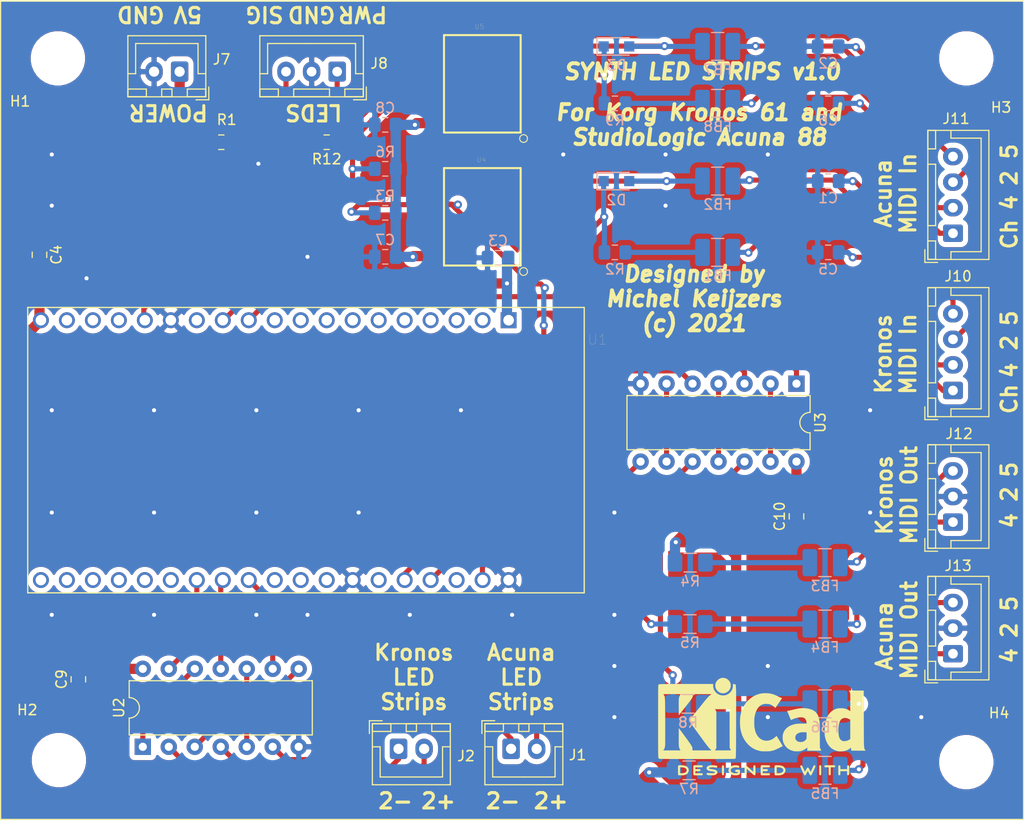
<source format=kicad_pcb>
(kicad_pcb (version 20171130) (host pcbnew "(5.1.5)-3")
  (layers (0 F.Cu signal) (31 B.Cu signal) (34 B.Paste user) (35 F.Paste user) (36 B.SilkS user) (37 F.SilkS user) (38 B.Mask user) (39 F.Mask user) (44 Edge.Cuts user))
  (net 0 "")
  (net 1 GND)
  (net 2 "Net-(C1-Pad2)")
  (net 3 "Net-(C2-Pad2)")
  (net 4 +3V3)
  (net 5 +5V)
  (net 6 "Net-(C5-Pad2)")
  (net 7 "Net-(C6-Pad2)")
  (net 8 "Net-(D2-Pad2)")
  (net 9 "Net-(D2-Pad1)")
  (net 10 "Net-(D3-Pad1)")
  (net 11 "Net-(D3-Pad2)")
  (net 12 "Net-(FB1-Pad1)")
  (net 13 "Net-(FB1-Pad2)")
  (net 14 "Net-(FB2-Pad2)")
  (net 15 "Net-(FB3-Pad1)")
  (net 16 "Net-(FB3-Pad2)")
  (net 17 "Net-(FB4-Pad2)")
  (net 18 "Net-(FB4-Pad1)")
  (net 19 "Net-(FB5-Pad2)")
  (net 20 "Net-(FB5-Pad1)")
  (net 21 "Net-(FB6-Pad1)")
  (net 22 "Net-(FB6-Pad2)")
  (net 23 "Net-(FB7-Pad2)")
  (net 24 "Net-(FB8-Pad1)")
  (net 25 "Net-(FB8-Pad2)")
  (net 26 "Net-(D1-Pad2)")
  (net 27 "Net-(D4-Pad2)")
  (net 28 /KRONOS_MIDI_IN)
  (net 29 "Net-(R5-Pad1)")
  (net 30 /ACUNA_MIDI_IN)
  (net 31 "Net-(R8-Pad1)")
  (net 32 /SIGNAL_LED)
  (net 33 "Net-(U1-Pad2)")
  (net 34 "Net-(U1-Pad3)")
  (net 35 "Net-(U1-Pad4)")
  (net 36 "Net-(U1-Pad5)")
  (net 37 "Net-(U1-Pad6)")
  (net 38 "Net-(U1-Pad7)")
  (net 39 "Net-(U1-Pad8)")
  (net 40 "Net-(U1-Pad9)")
  (net 41 /KRONOS_LED_STRIP_FRONT)
  (net 42 /KRONOS_LED_STRIP_BACK)
  (net 43 /ACUNA_LED_STRIP_FRONT)
  (net 44 /ACUNA_LED_STRIP_BACK)
  (net 45 "Net-(U1-Pad16)")
  (net 46 "Net-(U1-Pad17)")
  (net 47 "Net-(U1-Pad18)")
  (net 48 "Net-(U1-Pad22)")
  (net 49 /KRONOS_MIDI_OUT)
  (net 50 "Net-(U1-Pad25)")
  (net 51 "Net-(U1-Pad27)")
  (net 52 "Net-(U1-Pad28)")
  (net 53 "Net-(U1-Pad29)")
  (net 54 /ACUNA_MIDI_OUT)
  (net 55 "Net-(U1-Pad34)")
  (net 56 "Net-(U1-Pad35)")
  (net 57 "Net-(U1-Pad36)")
  (net 58 "Net-(U1-Pad37)")
  (net 59 "Net-(U1-Pad38)")
  (net 60 "Net-(U2-Pad10)")
  (net 61 "Net-(J2-Pad2)")
  (net 62 "Net-(J1-Pad2)")
  (net 63 "Net-(U3-Pad6)")
  (net 64 "Net-(U4-Pad7)")
  (net 65 "Net-(U4-Pad1)")
  (net 66 "Net-(U5-Pad1)")
  (net 67 "Net-(U5-Pad7)")
  (net 68 "Net-(U1-Pad33)")
  (net 69 "Net-(U1-Pad10)")
  (net 70 "Net-(U2-Pad1)")
  (net 71 "Net-(U2-Pad5)")
  (net 72 "Net-(J1-Pad1)")
  (net 73 "Net-(J2-Pad1)")
  (net 74 "Net-(U1-Pad13)")
  (net 75 "Net-(U3-Pad13)")
  (net 76 "Net-(U3-Pad11)")
  (module Symbol:KiCad-Logo2_8mm_SilkScreen (layer F.Cu) (at 174.4 90.1)
    (fp_text reference REF** hide)
    (fp_text value KiCad-Logo2_8mm_SilkScreen hide)
  )
  (module ESP32_DevKit:MODULE_ESP32-DEVKITC-32D (layer F.Cu) (at 129.9 63.9 270)
    (fp_text reference U1 (at -10.829175 -28.446045 180) (layer F.SilkS) (effects (font (size 1.000386 1.000386) (thickness 0.015))))
    (fp_text value ESP32-DEVKITC-32D)
    (pad 38 thru_hole circle (at 12.7 25.96 270) (size 1.56 1.56) (drill 1.04) (layers *.Cu *.Mask) (net 59 "Net-(U1-Pad38)"))
    (pad 37 thru_hole circle (at 12.7 23.42 270) (size 1.56 1.56) (drill 1.04) (layers *.Cu *.Mask) (net 58 "Net-(U1-Pad37)"))
    (pad 36 thru_hole circle (at 12.7 20.88 270) (size 1.56 1.56) (drill 1.04) (layers *.Cu *.Mask) (net 57 "Net-(U1-Pad36)"))
    (pad 35 thru_hole circle (at 12.7 18.34 270) (size 1.56 1.56) (drill 1.04) (layers *.Cu *.Mask) (net 56 "Net-(U1-Pad35)"))
    (pad 34 thru_hole circle (at 12.7 15.8 270) (size 1.56 1.56) (drill 1.04) (layers *.Cu *.Mask) (net 55 "Net-(U1-Pad34)"))
    (pad 33 thru_hole circle (at 12.7 13.26 270) (size 1.56 1.56) (drill 1.04) (layers *.Cu *.Mask) (net 68 "Net-(U1-Pad33)"))
    (pad 32 thru_hole circle (at 12.7 10.72 270) (size 1.56 1.56) (drill 1.04) (layers *.Cu *.Mask) (net 42 /KRONOS_LED_STRIP_BACK))
    (pad 31 thru_hole circle (at 12.7 8.18 270) (size 1.56 1.56) (drill 1.04) (layers *.Cu *.Mask) (net 41 /KRONOS_LED_STRIP_FRONT))
    (pad 30 thru_hole circle (at 12.7 5.64 270) (size 1.56 1.56) (drill 1.04) (layers *.Cu *.Mask) (net 43 /ACUNA_LED_STRIP_FRONT))
    (pad 29 thru_hole circle (at 12.7 3.1 270) (size 1.56 1.56) (drill 1.04) (layers *.Cu *.Mask) (net 53 "Net-(U1-Pad29)"))
    (pad 28 thru_hole circle (at 12.7 0.56 270) (size 1.56 1.56) (drill 1.04) (layers *.Cu *.Mask) (net 52 "Net-(U1-Pad28)"))
    (pad 27 thru_hole circle (at 12.7 -1.98 270) (size 1.56 1.56) (drill 1.04) (layers *.Cu *.Mask) (net 51 "Net-(U1-Pad27)"))
    (pad 26 thru_hole circle (at 12.7 -4.52 270) (size 1.56 1.56) (drill 1.04) (layers *.Cu *.Mask) (net 1 GND))
    (pad 25 thru_hole circle (at 12.7 -7.06 270) (size 1.56 1.56) (drill 1.04) (layers *.Cu *.Mask) (net 50 "Net-(U1-Pad25)"))
    (pad 24 thru_hole circle (at 12.7 -9.6 270) (size 1.56 1.56) (drill 1.04) (layers *.Cu *.Mask) (net 28 /KRONOS_MIDI_IN))
    (pad 23 thru_hole circle (at 12.7 -12.14 270) (size 1.56 1.56) (drill 1.04) (layers *.Cu *.Mask) (net 49 /KRONOS_MIDI_OUT))
    (pad 22 thru_hole circle (at 12.7 -14.68 270) (size 1.56 1.56) (drill 1.04) (layers *.Cu *.Mask) (net 48 "Net-(U1-Pad22)"))
    (pad 21 thru_hole circle (at 12.7 -17.22 270) (size 1.56 1.56) (drill 1.04) (layers *.Cu *.Mask) (net 44 /ACUNA_LED_STRIP_BACK))
    (pad 20 thru_hole circle (at 12.7 -19.76 270) (size 1.56 1.56) (drill 1.04) (layers *.Cu *.Mask) (net 1 GND))
    (pad 18 thru_hole circle (at -12.7 23.42 270) (size 1.56 1.56) (drill 1.04) (layers *.Cu *.Mask) (net 47 "Net-(U1-Pad18)"))
    (pad 17 thru_hole circle (at -12.7 20.88 270) (size 1.56 1.56) (drill 1.04) (layers *.Cu *.Mask) (net 46 "Net-(U1-Pad17)"))
    (pad 16 thru_hole circle (at -12.7 18.34 270) (size 1.56 1.56) (drill 1.04) (layers *.Cu *.Mask) (net 45 "Net-(U1-Pad16)"))
    (pad 15 thru_hole circle (at -12.7 15.8 270) (size 1.56 1.56) (drill 1.04) (layers *.Cu *.Mask) (net 32 /SIGNAL_LED))
    (pad 14 thru_hole circle (at -12.7 13.26 270) (size 1.56 1.56) (drill 1.04) (layers *.Cu *.Mask) (net 1 GND))
    (pad 13 thru_hole circle (at -12.7 10.72 270) (size 1.56 1.56) (drill 1.04) (layers *.Cu *.Mask) (net 74 "Net-(U1-Pad13)"))
    (pad 12 thru_hole circle (at -12.7 8.18 270) (size 1.56 1.56) (drill 1.04) (layers *.Cu *.Mask) (net 30 /ACUNA_MIDI_IN))
    (pad 11 thru_hole circle (at -12.7 5.64 270) (size 1.56 1.56) (drill 1.04) (layers *.Cu *.Mask) (net 54 /ACUNA_MIDI_OUT))
    (pad 10 thru_hole circle (at -12.7 3.1 270) (size 1.56 1.56) (drill 1.04) (layers *.Cu *.Mask) (net 69 "Net-(U1-Pad10)"))
    (pad 9 thru_hole circle (at -12.7 0.56 270) (size 1.56 1.56) (drill 1.04) (layers *.Cu *.Mask) (net 40 "Net-(U1-Pad9)"))
    (pad 8 thru_hole circle (at -12.7 -1.98 270) (size 1.56 1.56) (drill 1.04) (layers *.Cu *.Mask) (net 39 "Net-(U1-Pad8)"))
    (pad 7 thru_hole circle (at -12.7 -4.52 270) (size 1.56 1.56) (drill 1.04) (layers *.Cu *.Mask) (net 38 "Net-(U1-Pad7)"))
    (pad 6 thru_hole circle (at -12.7 -7.06 270) (size 1.56 1.56) (drill 1.04) (layers *.Cu *.Mask) (net 37 "Net-(U1-Pad6)"))
    (pad 5 thru_hole circle (at -12.7 -9.6 270) (size 1.56 1.56) (drill 1.04) (layers *.Cu *.Mask) (net 36 "Net-(U1-Pad5)"))
    (pad 4 thru_hole circle (at -12.7 -12.14 270) (size 1.56 1.56) (drill 1.04) (layers *.Cu *.Mask) (net 35 "Net-(U1-Pad4)"))
    (pad 3 thru_hole circle (at -12.7 -14.68 270) (size 1.56 1.56) (drill 1.04) (layers *.Cu *.Mask) (net 34 "Net-(U1-Pad3)"))
    (pad 19 thru_hole circle (at -12.7 25.96 270) (size 1.56 1.56) (drill 1.04) (layers *.Cu *.Mask) (net 5 +5V))
    (pad 2 thru_hole circle (at -12.7 -17.22 270) (size 1.56 1.56) (drill 1.04) (layers *.Cu *.Mask) (net 33 "Net-(U1-Pad2)"))
    (pad 1 thru_hole rect (at -12.7 -19.76 270) (size 1.56 1.56) (drill 1.04) (layers *.Cu *.Mask) (net 4 +3V3))
  )
  (module 6N137S:8-SMD (layer F.Cu) (at 146.9 27.9 90)
    (fp_text reference U5 (at 5.4 -0.1) (layer F.SilkS) (effects (font (size 0.48 0.48) (thickness 0.015))))
    (fp_text value 6N137)
    (pad 4 smd rect (at 3.66 4.96 90) (size 1.3 1.4) (layers F.Cu F.Paste F.Mask))
    (pad 3 smd rect (at 1.12 4.96 90) (size 1.3 1.4) (layers F.Cu F.Paste F.Mask) (net 11 "Net-(D3-Pad2)"))
    (pad 2 smd rect (at -1.42 4.96 90) (size 1.3 1.4) (layers F.Cu F.Paste F.Mask) (net 10 "Net-(D3-Pad1)"))
    (pad 1 smd rect (at -3.96 4.96 90) (size 1.3 1.4) (layers F.Cu F.Paste F.Mask) (net 66 "Net-(U5-Pad1)"))
    (pad 5 smd rect (at 3.59 -4.58 90) (size 1.3 1.4) (layers F.Cu F.Paste F.Mask) (net 1 GND))
    (pad 6 smd rect (at 1.05 -4.58 90) (size 1.3 1.4) (layers F.Cu F.Paste F.Mask) (net 30 /ACUNA_MIDI_IN))
    (pad 7 smd rect (at -1.49 -4.58 90) (size 1.3 1.4) (layers F.Cu F.Paste F.Mask) (net 67 "Net-(U5-Pad7)"))
    (pad 8 smd rect (at -4.03 -4.58 90) (size 1.3 1.4) (layers F.Cu F.Paste F.Mask) (net 4 +3V3))
  )
  (module 6N137S:8-SMD (layer F.Cu) (at 146.9 40.9 90)
    (fp_text reference U4 (at 5.4 0.1) (layer F.SilkS) (effects (font (size 0.48 0.48) (thickness 0.015))))
    (fp_text value 6N137)
    (pad 4 smd rect (at 3.66 4.96 90) (size 1.3 1.4) (layers F.Cu F.Paste F.Mask))
    (pad 3 smd rect (at 1.12 4.96 90) (size 1.3 1.4) (layers F.Cu F.Paste F.Mask) (net 8 "Net-(D2-Pad2)"))
    (pad 2 smd rect (at -1.42 4.96 90) (size 1.3 1.4) (layers F.Cu F.Paste F.Mask) (net 9 "Net-(D2-Pad1)"))
    (pad 1 smd rect (at -3.96 4.96 90) (size 1.3 1.4) (layers F.Cu F.Paste F.Mask) (net 65 "Net-(U4-Pad1)"))
    (pad 5 smd rect (at 3.59 -4.58 90) (size 1.3 1.4) (layers F.Cu F.Paste F.Mask) (net 1 GND))
    (pad 6 smd rect (at 1.05 -4.58 90) (size 1.3 1.4) (layers F.Cu F.Paste F.Mask) (net 28 /KRONOS_MIDI_IN))
    (pad 7 smd rect (at -1.49 -4.58 90) (size 1.3 1.4) (layers F.Cu F.Paste F.Mask) (net 64 "Net-(U4-Pad7)"))
    (pad 8 smd rect (at -4.03 -4.58 90) (size 1.3 1.4) (layers F.Cu F.Paste F.Mask) (net 4 +3V3))
  )
  (module Fuse:Fuse_1210_3225Metric_Pad1.42x2.65mm_HandSolder (layer B.Cu) (at 170.1 30)
    (fp_text reference FB8 (at 0 2.28) (layer B.SilkS) (effects (justify mirror)))
    (fp_text value 1K@100MHz)
    (pad 2 smd roundrect (at 1.4875 0) (size 1.425 2.65) (layers B.Cu B.Paste B.Mask) (roundrect_rratio 0.175439) (net 25 "Net-(FB8-Pad2)"))
    (pad 1 smd roundrect (at -1.4875 0) (size 1.425 2.65) (layers B.Cu B.Paste B.Mask) (roundrect_rratio 0.175439) (net 24 "Net-(FB8-Pad1)"))
  )
  (module Fuse:Fuse_1210_3225Metric_Pad1.42x2.65mm_HandSolder (layer B.Cu) (at 170.1 24.433332)
    (fp_text reference FB7 (at 0 2.28) (layer B.SilkS) (effects (justify mirror)))
    (fp_text value 1K@100MHz)
    (pad 2 smd roundrect (at 1.4875 0) (size 1.425 2.65) (layers B.Cu B.Paste B.Mask) (roundrect_rratio 0.175439) (net 23 "Net-(FB7-Pad2)"))
    (pad 1 smd roundrect (at -1.4875 0) (size 1.425 2.65) (layers B.Cu B.Paste B.Mask) (roundrect_rratio 0.175439) (net 11 "Net-(D3-Pad2)"))
  )
  (module Fuse:Fuse_1210_3225Metric_Pad1.42x2.65mm_HandSolder (layer B.Cu) (at 180.5875 95.2)
    (fp_text reference FB5 (at 0 2.28) (layer B.SilkS) (effects (justify mirror)))
    (fp_text value 1K@100MHz)
    (pad 2 smd roundrect (at 1.4875 0) (size 1.425 2.65) (layers B.Cu B.Paste B.Mask) (roundrect_rratio 0.175439) (net 19 "Net-(FB5-Pad2)"))
    (pad 1 smd roundrect (at -1.4875 0) (size 1.425 2.65) (layers B.Cu B.Paste B.Mask) (roundrect_rratio 0.175439) (net 20 "Net-(FB5-Pad1)"))
  )
  (module Fuse:Fuse_1210_3225Metric_Pad1.42x2.65mm_HandSolder (layer B.Cu) (at 180.5875 80.9)
    (fp_text reference FB4 (at 0 2.28) (layer B.SilkS) (effects (justify mirror)))
    (fp_text value 1K@100MHz)
    (pad 2 smd roundrect (at 1.4875 0) (size 1.425 2.65) (layers B.Cu B.Paste B.Mask) (roundrect_rratio 0.175439) (net 17 "Net-(FB4-Pad2)"))
    (pad 1 smd roundrect (at -1.4875 0) (size 1.425 2.65) (layers B.Cu B.Paste B.Mask) (roundrect_rratio 0.175439) (net 18 "Net-(FB4-Pad1)"))
  )
  (module Fuse:Fuse_1210_3225Metric_Pad1.42x2.65mm_HandSolder (layer B.Cu) (at 180.5875 74.9)
    (fp_text reference FB3 (at 0 2.28) (layer B.SilkS) (effects (justify mirror)))
    (fp_text value 1K@100MHz)
    (pad 2 smd roundrect (at 1.4875 0) (size 1.425 2.65) (layers B.Cu B.Paste B.Mask) (roundrect_rratio 0.175439) (net 16 "Net-(FB3-Pad2)"))
    (pad 1 smd roundrect (at -1.4875 0) (size 1.425 2.65) (layers B.Cu B.Paste B.Mask) (roundrect_rratio 0.175439) (net 15 "Net-(FB3-Pad1)"))
  )
  (module Fuse:Fuse_1210_3225Metric_Pad1.42x2.65mm_HandSolder (layer B.Cu) (at 170.1 37.6)
    (fp_text reference FB2 (at 0 2.28) (layer B.SilkS) (effects (justify mirror)))
    (fp_text value 1K@100MHz)
    (pad 2 smd roundrect (at 1.4875 0) (size 1.425 2.65) (layers B.Cu B.Paste B.Mask) (roundrect_rratio 0.175439) (net 14 "Net-(FB2-Pad2)"))
    (pad 1 smd roundrect (at -1.4875 0) (size 1.425 2.65) (layers B.Cu B.Paste B.Mask) (roundrect_rratio 0.175439) (net 8 "Net-(D2-Pad2)"))
  )
  (module Fuse:Fuse_1210_3225Metric_Pad1.42x2.65mm_HandSolder (layer B.Cu) (at 170.1 44.566666)
    (fp_text reference FB1 (at 0 2.28) (layer B.SilkS) (effects (justify mirror)))
    (fp_text value 1K@100MHz)
    (pad 2 smd roundrect (at 1.4875 0) (size 1.425 2.65) (layers B.Cu B.Paste B.Mask) (roundrect_rratio 0.175439) (net 13 "Net-(FB1-Pad2)"))
    (pad 1 smd roundrect (at -1.4875 0) (size 1.425 2.65) (layers B.Cu B.Paste B.Mask) (roundrect_rratio 0.175439) (net 12 "Net-(FB1-Pad1)"))
  )
  (module Package_DIP:DIP-14_W7.62mm (layer F.Cu) (at 177.8 57.4 270)
    (fp_text reference U3 (at 3.81 -2.33 90) (layer F.SilkS))
    (fp_text value 74HC14)
    (pad 14 thru_hole oval (at 7.62 0 270) (size 1.6 1.6) (drill 0.8) (layers *.Cu *.Mask) (net 5 +5V))
    (pad 7 thru_hole oval (at 0 15.24 270) (size 1.6 1.6) (drill 0.8) (layers *.Cu *.Mask) (net 1 GND))
    (pad 13 thru_hole oval (at 7.62 2.54 270) (size 1.6 1.6) (drill 0.8) (layers *.Cu *.Mask) (net 75 "Net-(U3-Pad13)"))
    (pad 6 thru_hole oval (at 0 12.7 270) (size 1.6 1.6) (drill 0.8) (layers *.Cu *.Mask) (net 63 "Net-(U3-Pad6)"))
    (pad 12 thru_hole oval (at 7.62 5.08 270) (size 1.6 1.6) (drill 0.8) (layers *.Cu *.Mask) (net 31 "Net-(R8-Pad1)"))
    (pad 5 thru_hole oval (at 0 10.16 270) (size 1.6 1.6) (drill 0.8) (layers *.Cu *.Mask) (net 44 /ACUNA_LED_STRIP_BACK))
    (pad 11 thru_hole oval (at 7.62 7.62 270) (size 1.6 1.6) (drill 0.8) (layers *.Cu *.Mask) (net 76 "Net-(U3-Pad11)"))
    (pad 4 thru_hole oval (at 0 7.62 270) (size 1.6 1.6) (drill 0.8) (layers *.Cu *.Mask) (net 76 "Net-(U3-Pad11)"))
    (pad 10 thru_hole oval (at 7.62 10.16 270) (size 1.6 1.6) (drill 0.8) (layers *.Cu *.Mask) (net 29 "Net-(R5-Pad1)"))
    (pad 3 thru_hole oval (at 0 5.08 270) (size 1.6 1.6) (drill 0.8) (layers *.Cu *.Mask) (net 49 /KRONOS_MIDI_OUT))
    (pad 9 thru_hole oval (at 7.62 12.7 270) (size 1.6 1.6) (drill 0.8) (layers *.Cu *.Mask) (net 63 "Net-(U3-Pad6)"))
    (pad 2 thru_hole oval (at 0 2.54 270) (size 1.6 1.6) (drill 0.8) (layers *.Cu *.Mask) (net 75 "Net-(U3-Pad13)"))
    (pad 8 thru_hole oval (at 7.62 15.24 270) (size 1.6 1.6) (drill 0.8) (layers *.Cu *.Mask) (net 62 "Net-(J1-Pad2)"))
    (pad 1 thru_hole rect (at 0 0 270) (size 1.6 1.6) (drill 0.8) (layers *.Cu *.Mask) (net 54 /ACUNA_MIDI_OUT))
  )
  (module Package_DIP:DIP-14_W7.62mm (layer F.Cu) (at 113.9 92.9 90)
    (fp_text reference U2 (at 3.81 -2.33 90) (layer F.SilkS))
    (fp_text value 74HC14)
    (pad 14 thru_hole oval (at 7.62 0 90) (size 1.6 1.6) (drill 0.8) (layers *.Cu *.Mask) (net 5 +5V))
    (pad 7 thru_hole oval (at 0 15.24 90) (size 1.6 1.6) (drill 0.8) (layers *.Cu *.Mask) (net 1 GND))
    (pad 13 thru_hole oval (at 7.62 2.54 90) (size 1.6 1.6) (drill 0.8) (layers *.Cu *.Mask) (net 42 /KRONOS_LED_STRIP_BACK))
    (pad 6 thru_hole oval (at 0 12.7 90) (size 1.6 1.6) (drill 0.8) (layers *.Cu *.Mask) (net 72 "Net-(J1-Pad1)"))
    (pad 12 thru_hole oval (at 7.62 5.08 90) (size 1.6 1.6) (drill 0.8) (layers *.Cu *.Mask) (net 70 "Net-(U2-Pad1)"))
    (pad 5 thru_hole oval (at 0 10.16 90) (size 1.6 1.6) (drill 0.8) (layers *.Cu *.Mask) (net 71 "Net-(U2-Pad5)"))
    (pad 11 thru_hole oval (at 7.62 7.62 90) (size 1.6 1.6) (drill 0.8) (layers *.Cu *.Mask) (net 41 /KRONOS_LED_STRIP_FRONT))
    (pad 4 thru_hole oval (at 0 7.62 90) (size 1.6 1.6) (drill 0.8) (layers *.Cu *.Mask) (net 73 "Net-(J2-Pad1)"))
    (pad 10 thru_hole oval (at 7.62 10.16 90) (size 1.6 1.6) (drill 0.8) (layers *.Cu *.Mask) (net 60 "Net-(U2-Pad10)"))
    (pad 3 thru_hole oval (at 0 5.08 90) (size 1.6 1.6) (drill 0.8) (layers *.Cu *.Mask) (net 60 "Net-(U2-Pad10)"))
    (pad 9 thru_hole oval (at 7.62 12.7 90) (size 1.6 1.6) (drill 0.8) (layers *.Cu *.Mask) (net 43 /ACUNA_LED_STRIP_FRONT))
    (pad 2 thru_hole oval (at 0 2.54 90) (size 1.6 1.6) (drill 0.8) (layers *.Cu *.Mask) (net 61 "Net-(J2-Pad2)"))
    (pad 8 thru_hole oval (at 7.62 15.24 90) (size 1.6 1.6) (drill 0.8) (layers *.Cu *.Mask) (net 71 "Net-(U2-Pad5)"))
    (pad 1 thru_hole rect (at 0 0 90) (size 1.6 1.6) (drill 0.8) (layers *.Cu *.Mask) (net 70 "Net-(U2-Pad1)"))
  )
  (module Resistor_SMD:R_0805_2012Metric_Pad1.15x1.40mm_HandSolder (layer F.Cu) (at 131.875 33.8 180)
    (fp_text reference R12 (at 0 -1.65) (layer F.SilkS))
    (fp_text value 330R)
    (pad 2 smd roundrect (at 1.025 0 180) (size 1.15 1.4) (layers F.Cu F.Paste F.Mask) (roundrect_rratio 0.217391) (net 32 /SIGNAL_LED))
    (pad 1 smd roundrect (at -1.025 0 180) (size 1.15 1.4) (layers F.Cu F.Paste F.Mask) (roundrect_rratio 0.217391) (net 27 "Net-(D4-Pad2)"))
  )
  (module Resistor_SMD:R_0805_2012Metric_Pad1.15x1.40mm_HandSolder (layer B.Cu) (at 160.05 30)
    (fp_text reference R9 (at 0 1.65) (layer B.SilkS) (effects (justify mirror)))
    (fp_text value 220R)
    (pad 2 smd roundrect (at 1.025 0) (size 1.15 1.4) (layers B.Cu B.Paste B.Mask) (roundrect_rratio 0.217391) (net 24 "Net-(FB8-Pad1)"))
    (pad 1 smd roundrect (at -1.025 0) (size 1.15 1.4) (layers B.Cu B.Paste B.Mask) (roundrect_rratio 0.217391) (net 10 "Net-(D3-Pad1)"))
  )
  (module Resistor_SMD:R_1206_3216Metric_Pad1.42x1.75mm_HandSolder (layer B.Cu) (at 167.2 88.7)
    (fp_text reference R8 (at 0 1.82) (layer B.SilkS) (effects (justify mirror)))
    (fp_text value "220R 5% 0.25W")
    (pad 2 smd roundrect (at 1.4875 0) (size 1.425 1.75) (layers B.Cu B.Paste B.Mask) (roundrect_rratio 0.175439) (net 21 "Net-(FB6-Pad1)"))
    (pad 1 smd roundrect (at -1.4875 0) (size 1.425 1.75) (layers B.Cu B.Paste B.Mask) (roundrect_rratio 0.175439) (net 31 "Net-(R8-Pad1)"))
  )
  (module Resistor_SMD:R_1206_3216Metric_Pad1.42x1.75mm_HandSolder (layer B.Cu) (at 167.3 95.2)
    (fp_text reference R7 (at 0 1.82) (layer B.SilkS) (effects (justify mirror)))
    (fp_text value "220R 5% 0.25W")
    (pad 2 smd roundrect (at 1.4875 0) (size 1.425 1.75) (layers B.Cu B.Paste B.Mask) (roundrect_rratio 0.175439) (net 20 "Net-(FB5-Pad1)"))
    (pad 1 smd roundrect (at -1.4875 0) (size 1.425 1.75) (layers B.Cu B.Paste B.Mask) (roundrect_rratio 0.175439) (net 5 +5V))
  )
  (module Resistor_SMD:R_0805_2012Metric_Pad1.15x1.40mm_HandSolder (layer B.Cu) (at 137.6 36.4 180)
    (fp_text reference R6 (at 0 1.65) (layer B.SilkS) (effects (justify mirror)))
    (fp_text value 10K)
    (pad 2 smd roundrect (at 1.025 0 180) (size 1.15 1.4) (layers B.Cu B.Paste B.Mask) (roundrect_rratio 0.217391) (net 30 /ACUNA_MIDI_IN))
    (pad 1 smd roundrect (at -1.025 0 180) (size 1.15 1.4) (layers B.Cu B.Paste B.Mask) (roundrect_rratio 0.217391) (net 4 +3V3))
  )
  (module Resistor_SMD:R_1206_3216Metric_Pad1.42x1.75mm_HandSolder (layer B.Cu) (at 167.3875 80.9)
    (fp_text reference R5 (at 0 1.82) (layer B.SilkS) (effects (justify mirror)))
    (fp_text value "220R 5% 0.25W")
    (pad 2 smd roundrect (at 1.4875 0) (size 1.425 1.75) (layers B.Cu B.Paste B.Mask) (roundrect_rratio 0.175439) (net 18 "Net-(FB4-Pad1)"))
    (pad 1 smd roundrect (at -1.4875 0) (size 1.425 1.75) (layers B.Cu B.Paste B.Mask) (roundrect_rratio 0.175439) (net 29 "Net-(R5-Pad1)"))
  )
  (module Resistor_SMD:R_1206_3216Metric_Pad1.42x1.75mm_HandSolder (layer B.Cu) (at 167.4125 74.9)
    (fp_text reference R4 (at 0 1.82) (layer B.SilkS) (effects (justify mirror)))
    (fp_text value "220R 5% 0.25W")
    (pad 2 smd roundrect (at 1.4875 0) (size 1.425 1.75) (layers B.Cu B.Paste B.Mask) (roundrect_rratio 0.175439) (net 15 "Net-(FB3-Pad1)"))
    (pad 1 smd roundrect (at -1.4875 0) (size 1.425 1.75) (layers B.Cu B.Paste B.Mask) (roundrect_rratio 0.175439) (net 5 +5V))
  )
  (module Resistor_SMD:R_0805_2012Metric_Pad1.15x1.40mm_HandSolder (layer B.Cu) (at 137.6 40.7 180)
    (fp_text reference R3 (at 0 1.65) (layer B.SilkS) (effects (justify mirror)))
    (fp_text value 10K)
    (pad 2 smd roundrect (at 1.025 0 180) (size 1.15 1.4) (layers B.Cu B.Paste B.Mask) (roundrect_rratio 0.217391) (net 28 /KRONOS_MIDI_IN))
    (pad 1 smd roundrect (at -1.025 0 180) (size 1.15 1.4) (layers B.Cu B.Paste B.Mask) (roundrect_rratio 0.217391) (net 4 +3V3))
  )
  (module Resistor_SMD:R_0805_2012Metric_Pad1.15x1.40mm_HandSolder (layer B.Cu) (at 160.05 44.566666)
    (fp_text reference R2 (at 0 1.65) (layer B.SilkS) (effects (justify mirror)))
    (fp_text value 220R)
    (pad 2 smd roundrect (at 1.025 0) (size 1.15 1.4) (layers B.Cu B.Paste B.Mask) (roundrect_rratio 0.217391) (net 12 "Net-(FB1-Pad1)"))
    (pad 1 smd roundrect (at -1.025 0) (size 1.15 1.4) (layers B.Cu B.Paste B.Mask) (roundrect_rratio 0.217391) (net 9 "Net-(D2-Pad1)"))
  )
  (module Resistor_SMD:R_0805_2012Metric_Pad1.15x1.40mm_HandSolder (layer F.Cu) (at 121.575 33.8 180)
    (fp_text reference R1 (at -0.525 2.2) (layer F.SilkS))
    (fp_text value 330R)
    (pad 2 smd roundrect (at 1.025 0 180) (size 1.15 1.4) (layers F.Cu F.Paste F.Mask) (roundrect_rratio 0.217391) (net 5 +5V))
    (pad 1 smd roundrect (at -1.025 0 180) (size 1.15 1.4) (layers F.Cu F.Paste F.Mask) (roundrect_rratio 0.217391) (net 26 "Net-(D1-Pad2)"))
  )
  (module Fuse:Fuse_1210_3225Metric_Pad1.42x2.65mm_HandSolder (layer B.Cu) (at 180.5875 88.7)
    (fp_text reference FB6 (at 0 2.28) (layer B.SilkS) (effects (justify mirror)))
    (fp_text value 1K@100MHz)
    (pad 2 smd roundrect (at 1.4875 0) (size 1.425 2.65) (layers B.Cu B.Paste B.Mask) (roundrect_rratio 0.175439) (net 22 "Net-(FB6-Pad2)"))
    (pad 1 smd roundrect (at -1.4875 0) (size 1.425 2.65) (layers B.Cu B.Paste B.Mask) (roundrect_rratio 0.175439) (net 21 "Net-(FB6-Pad1)"))
  )
  (module Diode_SMD:D_SOD-323_HandSoldering (layer B.Cu) (at 160.2 24.433332)
    (fp_text reference D3 (at 0 1.85) (layer B.SilkS) (effects (justify mirror)))
    (fp_text value 1N4148)
    (pad 2 smd rect (at 1.25 0) (size 1 1) (layers B.Cu B.Paste B.Mask) (net 11 "Net-(D3-Pad2)"))
    (pad 1 smd rect (at -1.25 0) (size 1 1) (layers B.Cu B.Paste B.Mask) (net 10 "Net-(D3-Pad1)"))
  )
  (module Diode_SMD:D_SOD-323_HandSoldering (layer B.Cu) (at 160.2 37.6)
    (fp_text reference D2 (at 0 1.85) (layer B.SilkS) (effects (justify mirror)))
    (fp_text value 1N4148)
    (pad 2 smd rect (at 1.25 0) (size 1 1) (layers B.Cu B.Paste B.Mask) (net 8 "Net-(D2-Pad2)"))
    (pad 1 smd rect (at -1.25 0) (size 1 1) (layers B.Cu B.Paste B.Mask) (net 9 "Net-(D2-Pad1)"))
  )
  (module Capacitor_SMD:C_0805_2012Metric_Pad1.15x1.40mm_HandSolder (layer F.Cu) (at 177.8 70.375 90)
    (fp_text reference C10 (at 0 -1.65 90) (layer F.SilkS))
    (fp_text value 0.1uF)
    (pad 2 smd roundrect (at 1.025 0 90) (size 1.15 1.4) (layers F.Cu F.Paste F.Mask) (roundrect_rratio 0.217391) (net 5 +5V))
    (pad 1 smd roundrect (at -1.025 0 90) (size 1.15 1.4) (layers F.Cu F.Paste F.Mask) (roundrect_rratio 0.217391) (net 1 GND))
  )
  (module Capacitor_SMD:C_0805_2012Metric_Pad1.15x1.40mm_HandSolder (layer F.Cu) (at 107.6 86.3 90)
    (fp_text reference C9 (at 0 -1.65 90) (layer F.SilkS))
    (fp_text value 0.1uF)
    (pad 2 smd roundrect (at 1.025 0 90) (size 1.15 1.4) (layers F.Cu F.Paste F.Mask) (roundrect_rratio 0.217391) (net 5 +5V))
    (pad 1 smd roundrect (at -1.025 0 90) (size 1.15 1.4) (layers F.Cu F.Paste F.Mask) (roundrect_rratio 0.217391) (net 1 GND))
  )
  (module Capacitor_SMD:C_0805_2012Metric_Pad1.15x1.40mm_HandSolder (layer B.Cu) (at 137.6 32.1 180)
    (fp_text reference C8 (at 0 1.65) (layer B.SilkS) (effects (justify mirror)))
    (fp_text value 0.1uF)
    (pad 2 smd roundrect (at 1.025 0 180) (size 1.15 1.4) (layers B.Cu B.Paste B.Mask) (roundrect_rratio 0.217391) (net 1 GND))
    (pad 1 smd roundrect (at -1.025 0 180) (size 1.15 1.4) (layers B.Cu B.Paste B.Mask) (roundrect_rratio 0.217391) (net 4 +3V3))
  )
  (module Capacitor_SMD:C_0805_2012Metric_Pad1.15x1.40mm_HandSolder (layer B.Cu) (at 137.6 45 180)
    (fp_text reference C7 (at 0 1.65) (layer B.SilkS) (effects (justify mirror)))
    (fp_text value 0.1uF)
    (pad 2 smd roundrect (at 1.025 0 180) (size 1.15 1.4) (layers B.Cu B.Paste B.Mask) (roundrect_rratio 0.217391) (net 1 GND))
    (pad 1 smd roundrect (at -1.025 0 180) (size 1.15 1.4) (layers B.Cu B.Paste B.Mask) (roundrect_rratio 0.217391) (net 4 +3V3))
  )
  (module Capacitor_SMD:C_0805_2012Metric_Pad1.15x1.40mm_HandSolder (layer B.Cu) (at 180.9 30)
    (fp_text reference C6 (at 0 1.65) (layer B.SilkS) (effects (justify mirror)))
    (fp_text value 0.1uF)
    (pad 2 smd roundrect (at 1.025 0) (size 1.15 1.4) (layers B.Cu B.Paste B.Mask) (roundrect_rratio 0.217391) (net 7 "Net-(C6-Pad2)"))
    (pad 1 smd roundrect (at -1.025 0) (size 1.15 1.4) (layers B.Cu B.Paste B.Mask) (roundrect_rratio 0.217391) (net 1 GND))
  )
  (module Capacitor_SMD:C_0805_2012Metric_Pad1.15x1.40mm_HandSolder (layer B.Cu) (at 180.9 44.566666)
    (fp_text reference C5 (at 0 1.65) (layer B.SilkS) (effects (justify mirror)))
    (fp_text value 0.1uF)
    (pad 2 smd roundrect (at 1.025 0) (size 1.15 1.4) (layers B.Cu B.Paste B.Mask) (roundrect_rratio 0.217391) (net 6 "Net-(C5-Pad2)"))
    (pad 1 smd roundrect (at -1.025 0) (size 1.15 1.4) (layers B.Cu B.Paste B.Mask) (roundrect_rratio 0.217391) (net 1 GND))
  )
  (module Capacitor_SMD:C_0805_2012Metric_Pad1.15x1.40mm_HandSolder (layer F.Cu) (at 103.8 44.8 270)
    (fp_text reference C4 (at 0 -1.65 90) (layer F.SilkS))
    (fp_text value 0.1uF)
    (pad 2 smd roundrect (at 1.025 0 270) (size 1.15 1.4) (layers F.Cu F.Paste F.Mask) (roundrect_rratio 0.217391) (net 5 +5V))
    (pad 1 smd roundrect (at -1.025 0 270) (size 1.15 1.4) (layers F.Cu F.Paste F.Mask) (roundrect_rratio 0.217391) (net 1 GND))
  )
  (module Capacitor_SMD:C_0805_2012Metric_Pad1.15x1.40mm_HandSolder (layer B.Cu) (at 148.625 45.1 180)
    (fp_text reference C3 (at 0 1.65) (layer B.SilkS) (effects (justify mirror)))
    (fp_text value 0.1uF)
    (pad 2 smd roundrect (at 1.025 0 180) (size 1.15 1.4) (layers B.Cu B.Paste B.Mask) (roundrect_rratio 0.217391) (net 1 GND))
    (pad 1 smd roundrect (at -1.025 0 180) (size 1.15 1.4) (layers B.Cu B.Paste B.Mask) (roundrect_rratio 0.217391) (net 4 +3V3))
  )
  (module Capacitor_SMD:C_0805_2012Metric_Pad1.15x1.40mm_HandSolder (layer B.Cu) (at 180.9 24.433332)
    (fp_text reference C2 (at 0 1.65) (layer B.SilkS) (effects (justify mirror)))
    (fp_text value 0.1uF)
    (pad 2 smd roundrect (at 1.025 0) (size 1.15 1.4) (layers B.Cu B.Paste B.Mask) (roundrect_rratio 0.217391) (net 3 "Net-(C2-Pad2)"))
    (pad 1 smd roundrect (at -1.025 0) (size 1.15 1.4) (layers B.Cu B.Paste B.Mask) (roundrect_rratio 0.217391) (net 1 GND))
  )
  (module Capacitor_SMD:C_0805_2012Metric_Pad1.15x1.40mm_HandSolder (layer B.Cu) (at 180.9 37.6)
    (fp_text reference C1 (at 0 1.65) (layer B.SilkS) (effects (justify mirror)))
    (fp_text value 0.1uF)
    (pad 2 smd roundrect (at 1.025 0) (size 1.15 1.4) (layers B.Cu B.Paste B.Mask) (roundrect_rratio 0.217391) (net 2 "Net-(C1-Pad2)"))
    (pad 1 smd roundrect (at -1.025 0) (size 1.15 1.4) (layers B.Cu B.Paste B.Mask) (roundrect_rratio 0.217391) (net 1 GND))
  )
  (module Connector_JST:JST_XH_B2B-XH-A_1x02_P2.50mm_Vertical (layer F.Cu) (at 138.9 93.1)
    (fp_text reference J2 (at 6.6 0.7) (layer F.SilkS))
    (fp_text value "XH Kronos LED Strips")
    (pad 2 thru_hole oval (at 2.5 0) (size 1.7 2) (drill 1) (layers *.Cu *.Mask) (net 61 "Net-(J2-Pad2)"))
    (pad 1 thru_hole roundrect (at 0 0) (size 1.7 2) (drill 1) (layers *.Cu *.Mask) (roundrect_rratio 0.147059) (net 73 "Net-(J2-Pad1)"))
  )
  (module Connector_JST:JST_XH_B2B-XH-A_1x02_P2.50mm_Vertical (layer F.Cu) (at 149.9 93.1)
    (fp_text reference J1 (at 6.5 0.6) (layer F.SilkS))
    (fp_text value "XH Acuna LED Strips")
    (pad 2 thru_hole oval (at 2.5 0) (size 1.7 2) (drill 1) (layers *.Cu *.Mask) (net 62 "Net-(J1-Pad2)"))
    (pad 1 thru_hole roundrect (at 0 0) (size 1.7 2) (drill 1) (layers *.Cu *.Mask) (roundrect_rratio 0.147059) (net 72 "Net-(J1-Pad1)"))
  )
  (module MountingHole:MountingHole_4.3mm_M4 (layer F.Cu) (at 194.4 94.4)
    (fp_text reference H4 (at 3.2 -4.8) (layer F.SilkS))
    (fp_text value MountingHole)
    (pad 1 np_thru_hole circle (at 0 0) (size 4.3 4.3) (drill 4.3) (layers *.Cu *.Mask))
  )
  (module MountingHole:MountingHole_4.3mm_M4 (layer F.Cu) (at 194.4 25.6)
    (fp_text reference H3 (at 3.4 4.8) (layer F.SilkS))
    (fp_text value MountingHole)
    (pad 1 np_thru_hole circle (at 0 0) (size 4.3 4.3) (drill 4.3) (layers *.Cu *.Mask))
  )
  (module MountingHole:MountingHole_4.3mm_M4 (layer F.Cu) (at 105.7 94.2)
    (fp_text reference H2 (at -3.1 -4.9) (layer F.SilkS))
    (fp_text value MountingHole)
    (pad 1 np_thru_hole circle (at 0 0) (size 4.3 4.3) (drill 4.3) (layers *.Cu *.Mask))
  )
  (module MountingHole:MountingHole_4.3mm_M4 (layer F.Cu) (at 105.6 25.6)
    (fp_text reference H1 (at -3.7 4.2) (layer F.SilkS))
    (fp_text value MountingHole)
    (pad 1 np_thru_hole circle (at 0 0) (size 4.3 4.3) (drill 4.3) (layers *.Cu *.Mask))
  )
  (module Connector_JST:JST_XH_B2B-XH-A_1x02_P2.50mm_Vertical (layer F.Cu) (at 117.5 26.9 180)
    (fp_text reference J7 (at -4.1 1.2) (layer F.SilkS))
    (fp_text value "XH Power")
    (pad 1 thru_hole roundrect (at 0 0 180) (size 1.7 2) (drill 1) (layers *.Cu *.Mask) (roundrect_rratio 0.147059) (net 5 +5V))
    (pad 2 thru_hole oval (at 2.5 0 180) (size 1.7 2) (drill 1) (layers *.Cu *.Mask) (net 1 GND))
  )
  (module Connector_JST:JST_XH_B3B-XH-A_1x03_P2.50mm_Vertical (layer F.Cu) (at 132.9 26.9 180)
    (fp_text reference J8 (at -4.1 0.8) (layer F.SilkS))
    (fp_text value "XH LEDs")
    (pad 1 thru_hole roundrect (at 0 0 180) (size 1.7 1.95) (drill 0.95) (layers *.Cu *.Mask) (roundrect_rratio 0.147059) (net 27 "Net-(D4-Pad2)"))
    (pad 2 thru_hole oval (at 2.5 0 180) (size 1.7 1.95) (drill 0.95) (layers *.Cu *.Mask) (net 1 GND))
    (pad 3 thru_hole oval (at 5 0 180) (size 1.7 1.95) (drill 0.95) (layers *.Cu *.Mask) (net 26 "Net-(D1-Pad2)"))
  )
  (module Connector_JST:JST_XH_B4B-XH-A_1x04_P2.50mm_Vertical (layer F.Cu) (at 193.1 58.066666 90)
    (fp_text reference J10 (at 11.166666 0.5) (layer F.SilkS))
    (fp_text value "XH Kronos MIDI In")
    (pad 1 thru_hole roundrect (at 0 0 90) (size 1.7 1.95) (drill 0.95) (layers *.Cu *.Mask) (roundrect_rratio 0.147059) (net 6 "Net-(C5-Pad2)"))
    (pad 2 thru_hole oval (at 2.5 0 90) (size 1.7 1.95) (drill 0.95) (layers *.Cu *.Mask) (net 13 "Net-(FB1-Pad2)"))
    (pad 3 thru_hole oval (at 5 0 90) (size 1.7 1.95) (drill 0.95) (layers *.Cu *.Mask) (net 2 "Net-(C1-Pad2)"))
    (pad 4 thru_hole oval (at 7.5 0 90) (size 1.7 1.95) (drill 0.95) (layers *.Cu *.Mask) (net 14 "Net-(FB2-Pad2)"))
  )
  (module Connector_JST:JST_XH_B4B-XH-A_1x04_P2.50mm_Vertical (layer F.Cu) (at 193.1 42.7 90)
    (fp_text reference J11 (at 11.2 0.3 180) (layer F.SilkS))
    (fp_text value "XH Acuna In")
    (pad 4 thru_hole oval (at 7.5 0 90) (size 1.7 1.95) (drill 0.95) (layers *.Cu *.Mask) (net 23 "Net-(FB7-Pad2)"))
    (pad 3 thru_hole oval (at 5 0 90) (size 1.7 1.95) (drill 0.95) (layers *.Cu *.Mask) (net 3 "Net-(C2-Pad2)"))
    (pad 2 thru_hole oval (at 2.5 0 90) (size 1.7 1.95) (drill 0.95) (layers *.Cu *.Mask) (net 25 "Net-(FB8-Pad2)"))
    (pad 1 thru_hole roundrect (at 0 0 90) (size 1.7 1.95) (drill 0.95) (layers *.Cu *.Mask) (roundrect_rratio 0.147059) (net 7 "Net-(C6-Pad2)"))
  )
  (module Connector_JST:JST_XH_B3B-XH-A_1x03_P2.50mm_Vertical (layer F.Cu) (at 193.1 70.933332 90)
    (fp_text reference J12 (at 8.633332 0.6) (layer F.SilkS))
    (fp_text value "XH Kronos MIDI Out")
    (pad 1 thru_hole roundrect (at 0 0 90) (size 1.7 1.95) (drill 0.95) (layers *.Cu *.Mask) (roundrect_rratio 0.147059) (net 17 "Net-(FB4-Pad2)"))
    (pad 2 thru_hole oval (at 2.5 0 90) (size 1.7 1.95) (drill 0.95) (layers *.Cu *.Mask) (net 1 GND))
    (pad 3 thru_hole oval (at 5 0 90) (size 1.7 1.95) (drill 0.95) (layers *.Cu *.Mask) (net 16 "Net-(FB3-Pad2)"))
  )
  (module Connector_JST:JST_XH_B3B-XH-A_1x03_P2.50mm_Vertical (layer F.Cu) (at 193.1 83.8 90)
    (fp_text reference J13 (at 8.6 0.5 180) (layer F.SilkS))
    (fp_text value "XH Acuna Out")
    (pad 3 thru_hole oval (at 5 0 90) (size 1.7 1.95) (drill 0.95) (layers *.Cu *.Mask) (net 22 "Net-(FB6-Pad2)"))
    (pad 2 thru_hole oval (at 2.5 0 90) (size 1.7 1.95) (drill 0.95) (layers *.Cu *.Mask) (net 1 GND))
    (pad 1 thru_hole roundrect (at 0 0 90) (size 1.7 1.95) (drill 0.95) (layers *.Cu *.Mask) (roundrect_rratio 0.147059) (net 19 "Net-(FB5-Pad2)"))
  )
  (gr_text "Designed by\nMichel Keijzers\n(c) 2021" (at 167.8 49.1) (layer F.SilkS) (effects (font (size 1.5 1.5) (thickness 0.375) italic)))
  (gr_text "For Korg Kronos 61 and\nStudioLogic Acuna 88" (at 168.3 32.1) (layer F.SilkS) (effects (font (size 1.5 1.5) (thickness 0.375) italic)))
  (gr_text 2- (at 149.1 98.2) (layer F.SilkS) (effects (font (size 1.5 1.5) (thickness 0.3))))
  (gr_text 2+ (at 153.8 98.2) (layer F.SilkS) (effects (font (size 1.5 1.5) (thickness 0.3))))
  (gr_text 2+ (at 142.8 98.2) (layer F.SilkS) (effects (font (size 1.5 1.5) (thickness 0.3))))
  (gr_text GND (at 113.7 21.3 180) (layer F.SilkS) (effects (font (size 1.5 1.5) (thickness 0.3))))
  (gr_text 5V (at 118.3 21.3 180) (layer F.SilkS) (effects (font (size 1.5 1.5) (thickness 0.3))))
  (gr_text POWER (at 116.4 30.9 180) (layer F.SilkS) (effects (font (size 1.5 1.5) (thickness 0.3))))
  (gr_text SIG (at 125.8 21.3 180) (layer F.SilkS) (effects (font (size 1.5 1.5) (thickness 0.3))))
  (gr_text PWR (at 135.4 21.3 180) (layer F.SilkS) (effects (font (size 1.5 1.5) (thickness 0.3))))
  (gr_text GND (at 130.4 21.3 180) (layer F.SilkS) (effects (font (size 1.5 1.5) (thickness 0.3))))
  (gr_text LEDS (at 130.6 30.9 180) (layer F.SilkS) (effects (font (size 1.5 1.5) (thickness 0.3))))
  (gr_text "Acuna\nMIDI In" (at 187.5 38.8 90) (layer F.SilkS) (effects (font (size 1.5 1.5) (thickness 0.3))))
  (gr_text Ch (at 198.605001 42.8 90) (layer F.SilkS) (effects (font (size 1.5 1.5) (thickness 0.3))))
  (gr_text 4 (at 198.605001 39.7 90) (layer F.SilkS) (effects (font (size 1.5 1.5) (thickness 0.3))))
  (gr_text 2 (at 198.605001 37.3 90) (layer F.SilkS) (effects (font (size 1.5 1.5) (thickness 0.3))))
  (gr_text 5 (at 198.605001 34.7 90) (layer F.SilkS) (effects (font (size 1.5 1.5) (thickness 0.3))))
  (gr_text 5 (at 198.605001 51 90) (layer F.SilkS) (effects (font (size 1.5 1.5) (thickness 0.3))))
  (gr_text 2 (at 198.605001 53.4 90) (layer F.SilkS) (effects (font (size 1.5 1.5) (thickness 0.3))))
  (gr_text 4 (at 198.605001 56.1 90) (layer F.SilkS) (effects (font (size 1.5 1.5) (thickness 0.3))))
  (gr_text Ch (at 198.605001 58.9 90) (layer F.SilkS) (effects (font (size 1.5 1.5) (thickness 0.3))))
  (gr_text "Kronos\nMIDI In" (at 187.5 54.5 90) (layer F.SilkS) (effects (font (size 1.5 1.5) (thickness 0.3))))
  (gr_text "Kronos\nMIDI Out" (at 187.6 68.3 90) (layer F.SilkS) (effects (font (size 1.5 1.5) (thickness 0.3))))
  (gr_text 4 (at 198.605001 70.8 90) (layer F.SilkS) (effects (font (size 1.5 1.5) (thickness 0.3))))
  (gr_text 5 (at 198.605001 65.8 90) (layer F.SilkS) (effects (font (size 1.5 1.5) (thickness 0.3))))
  (gr_text 2 (at 198.605001 68.2 90) (layer F.SilkS) (effects (font (size 1.5 1.5) (thickness 0.3))))
  (gr_text 5 (at 198.605001 78.9 90) (layer F.SilkS) (effects (font (size 1.5 1.5) (thickness 0.3))))
  (gr_text 4 (at 198.605001 84 90) (layer F.SilkS) (effects (font (size 1.5 1.5) (thickness 0.3))))
  (gr_text 2 (at 198.605001 81.5 90) (layer F.SilkS) (effects (font (size 1.5 1.5) (thickness 0.3))))
  (gr_text "Acuna \nMIDI Out" (at 187.6 81.5 90) (layer F.SilkS) (effects (font (size 1.5 1.5) (thickness 0.3))))
  (gr_text "Acuna\nLED\nStrips" (at 150.9 86.1) (layer F.SilkS) (effects (font (size 1.5 1.5) (thickness 0.3))))
  (gr_text 2- (at 138.6 98.2) (layer F.SilkS) (effects (font (size 1.5 1.5) (thickness 0.3))))
  (gr_text "Kronos\nLED\nStrips" (at 140.4 86.1) (layer F.SilkS) (effects (font (size 1.5 1.5) (thickness 0.3))))
  (gr_text "SYNTH LED STRIPS v1.0\n" (at 168.6 26.9) (layer F.SilkS) (effects (font (size 1.5 1.5) (thickness 0.375) italic)))
  (gr_line (start 100 100) (end 100 20) (layer F.SilkS) (width 0.12))
  (gr_line (start 200 100) (end 100 100) (layer F.SilkS) (width 0.12))
  (gr_line (start 200 20) (end 200 100) (layer F.SilkS) (width 0.12))
  (gr_line (start 100 20) (end 200 20) (layer F.SilkS) (width 0.12))
  (via (at 105 35) (size 0.8) (drill 0.4) (layers F.Cu B.Cu) (net 1))
  (via (at 105 40) (size 0.8) (drill 0.4) (layers F.Cu B.Cu) (net 1))
  (via (at 105 60) (size 0.8) (drill 0.4) (layers F.Cu B.Cu) (net 1))
  (via (at 105 70) (size 0.8) (drill 0.4) (layers F.Cu B.Cu) (net 1))
  (via (at 105 80) (size 0.8) (drill 0.4) (layers F.Cu B.Cu) (net 1))
  (via (at 130 80) (size 0.8) (drill 0.4) (layers F.Cu B.Cu) (net 1))
  (via (at 140 80) (size 0.8) (drill 0.4) (layers F.Cu B.Cu) (net 1))
  (via (at 150 80) (size 0.8) (drill 0.4) (layers F.Cu B.Cu) (net 1))
  (via (at 115 70) (size 0.8) (drill 0.4) (layers F.Cu B.Cu) (net 1))
  (via (at 115 60) (size 0.8) (drill 0.4) (layers F.Cu B.Cu) (net 1))
  (via (at 125 60) (size 0.8) (drill 0.4) (layers F.Cu B.Cu) (net 1))
  (via (at 125 70) (size 0.8) (drill 0.4) (layers F.Cu B.Cu) (net 1))
  (via (at 135 70) (size 0.8) (drill 0.4) (layers F.Cu B.Cu) (net 1))
  (via (at 135 60) (size 0.8) (drill 0.4) (layers F.Cu B.Cu) (net 1))
  (via (at 145 60) (size 0.8) (drill 0.4) (layers F.Cu B.Cu) (net 1))
  (via (at 155 35) (size 0.8) (drill 0.4) (layers F.Cu B.Cu) (net 1))
  (via (at 165 35) (size 0.8) (drill 0.4) (layers F.Cu B.Cu) (net 1))
  (via (at 175 35) (size 0.8) (drill 0.4) (layers F.Cu B.Cu) (net 1))
  (via (at 185 60) (size 0.8) (drill 0.4) (layers F.Cu B.Cu) (net 1))
  (via (at 160 90) (size 0.8) (drill 0.4) (layers F.Cu B.Cu) (net 1))
  (via (at 160 80) (size 0.8) (drill 0.4) (layers F.Cu B.Cu) (net 1))
  (via (at 190 90) (size 0.8) (drill 0.4) (layers F.Cu B.Cu) (net 1))
  (via (at 185 70) (size 0.8) (drill 0.4) (layers F.Cu B.Cu) (net 1))
  (via (at 160 70) (size 0.8) (drill 0.4) (layers F.Cu B.Cu) (net 1))
  (via (at 165 40) (size 0.8) (drill 0.4) (layers F.Cu B.Cu) (net 1))
  (via (at 115 80) (size 0.8) (drill 0.4) (layers F.Cu B.Cu) (net 1))
  (via (at 125 80) (size 0.8) (drill 0.4) (layers F.Cu B.Cu) (net 1))
  (via (at 160 85) (size 0.8) (drill 0.4) (layers F.Cu B.Cu) (net 1))
  (via (at 175 85) (size 0.8) (drill 0.4) (layers F.Cu B.Cu) (net 1))
  (via (at 175 90) (size 0.8) (drill 0.4) (layers F.Cu B.Cu) (net 1))
  (via (at 130 45) (size 0.8) (drill 0.4) (layers F.Cu B.Cu) (net 1))
  (via (at 125.2 35.9) (size 0.8) (drill 0.4) (layers F.Cu B.Cu) (net 1))
  (via (at 108.4 47.1) (size 0.8) (drill 0.4) (layers F.Cu B.Cu) (net 1))
  (via (at 183.3 37.6) (size 0.8) (drill 0.4) (layers F.Cu B.Cu) (net 2))
  (segment (start 181.925 37.6) (end 183.3 37.6) (width 0.5) (layer B.Cu) (net 2))
  (segment (start 193.225 53.066666) (end 193.1 53.066666) (width 0.5) (layer F.Cu) (net 2))
  (segment (start 195.3 50.991666) (end 193.225 53.066666) (width 0.5) (layer F.Cu) (net 2))
  (segment (start 195.3 49.4) (end 195.3 50.991666) (width 0.5) (layer F.Cu) (net 2))
  (segment (start 183.3 37.6) (end 183.5 37.6) (width 0.5) (layer F.Cu) (net 2))
  (segment (start 183.5 37.6) (end 195.3 49.4) (width 0.5) (layer F.Cu) (net 2))
  (segment (start 181.925 24.433332) (end 181.925 24.575) (width 0.5) (layer B.Cu) (net 3))
  (via (at 183.6 24.5) (size 0.8) (drill 0.4) (layers F.Cu B.Cu) (net 3))
  (segment (start 181.925 24.433332) (end 183.533332 24.433332) (width 0.5) (layer B.Cu) (net 3))
  (segment (start 183.533332 24.433332) (end 183.6 24.5) (width 0.5) (layer B.Cu) (net 3))
  (segment (start 193.225 37.7) (end 193.1 37.7) (width 0.5) (layer F.Cu) (net 3))
  (segment (start 195.3 34.2) (end 195.3 35.625) (width 0.5) (layer F.Cu) (net 3))
  (segment (start 195.3 35.625) (end 193.225 37.7) (width 0.5) (layer F.Cu) (net 3))
  (segment (start 183.6 24.5) (end 191.5 32.4) (width 0.5) (layer F.Cu) (net 3))
  (segment (start 193.5 32.4) (end 195.3 34.2) (width 0.5) (layer F.Cu) (net 3))
  (segment (start 191.5 32.4) (end 193.5 32.4) (width 0.5) (layer F.Cu) (net 3))
  (segment (start 138.625 45) (end 138.625 32.1) (width 1) (layer B.Cu) (net 4))
  (segment (start 138.625 32.1) (end 140.5 32.1) (width 1) (layer B.Cu) (net 4))
  (via (at 140.5 32.1) (size 1) (drill 0.4) (layers F.Cu B.Cu) (net 4))
  (segment (start 140.67 31.93) (end 140.5 32.1) (width 1) (layer F.Cu) (net 4))
  (segment (start 142.32 31.93) (end 140.67 31.93) (width 1) (layer F.Cu) (net 4))
  (segment (start 149.65 45.8) (end 149.65 45.1) (width 1) (layer B.Cu) (net 4))
  (segment (start 142.32 46.58) (end 143.34 47.6) (width 1) (layer F.Cu) (net 4))
  (segment (start 142.32 44.93) (end 142.32 46.58) (width 1) (layer F.Cu) (net 4))
  (via (at 149.5 47.6) (size 1) (drill 0.4) (layers F.Cu B.Cu) (net 4))
  (segment (start 143.34 47.6) (end 149.5 47.6) (width 1) (layer F.Cu) (net 4))
  (segment (start 149.5 45.25) (end 149.65 45.1) (width 1) (layer B.Cu) (net 4))
  (segment (start 149.5 47.6) (end 149.5 45.25) (width 1) (layer B.Cu) (net 4))
  (segment (start 149.5 51.04) (end 149.66 51.2) (width 1) (layer B.Cu) (net 4))
  (segment (start 149.5 47.6) (end 149.5 51.04) (width 1) (layer B.Cu) (net 4))
  (segment (start 140.370002 44.93) (end 140.3 45.000002) (width 1) (layer F.Cu) (net 4))
  (via (at 140.3 45.000002) (size 1) (drill 0.4) (layers F.Cu B.Cu) (net 4))
  (segment (start 138.625 45) (end 140.299998 45) (width 1) (layer B.Cu) (net 4))
  (segment (start 140.299998 45) (end 140.3 45.000002) (width 1) (layer B.Cu) (net 4))
  (segment (start 142.32 44.93) (end 140.370002 44.93) (width 1) (layer F.Cu) (net 4))
  (segment (start 103.94 51.2) (end 104 51.2) (width 1) (layer F.Cu) (net 5))
  (segment (start 103.8 51) (end 103.8 45.825) (width 1) (layer F.Cu) (net 5))
  (segment (start 104 51.2) (end 103.8 51) (width 1) (layer F.Cu) (net 5))
  (segment (start 117.5 27.9) (end 117.5 26.9) (width 1) (layer F.Cu) (net 5))
  (segment (start 117.5 32.825) (end 117.5 27.9) (width 1) (layer F.Cu) (net 5))
  (segment (start 104.5 45.825) (end 117.5 32.825) (width 1) (layer F.Cu) (net 5))
  (segment (start 103.8 45.825) (end 104.5 45.825) (width 1) (layer F.Cu) (net 5))
  (segment (start 118.475 33.8) (end 120.55 33.8) (width 1) (layer F.Cu) (net 5))
  (segment (start 117.5 32.825) (end 118.475 33.8) (width 1) (layer F.Cu) (net 5))
  (segment (start 113.9 85.28) (end 107.605 85.28) (width 1) (layer F.Cu) (net 5))
  (segment (start 165.8125 94.325) (end 165.8125 95.2) (width 1) (layer B.Cu) (net 5))
  (segment (start 169.55 69.35) (end 166 72.9) (width 1) (layer F.Cu) (net 5))
  (segment (start 177.8 69.35) (end 169.55 69.35) (width 1) (layer F.Cu) (net 5))
  (segment (start 165.925 74.9) (end 165.925 72.975) (width 1) (layer B.Cu) (net 5))
  (via (at 166 72.9) (size 1) (drill 0.4) (layers F.Cu B.Cu) (net 5))
  (segment (start 165.925 72.975) (end 166 72.9) (width 1) (layer B.Cu) (net 5))
  (segment (start 177.8 65.02) (end 177.8 69.35) (width 1) (layer F.Cu) (net 5))
  (segment (start 103.160001 51.979999) (end 103.94 51.2) (width 1) (layer F.Cu) (net 5))
  (segment (start 101.8 79.5) (end 101.8 53.34) (width 1) (layer F.Cu) (net 5))
  (segment (start 107.6 85.275) (end 107.6 85.3) (width 1) (layer F.Cu) (net 5))
  (segment (start 101.8 53.34) (end 103.160001 51.979999) (width 1) (layer F.Cu) (net 5))
  (segment (start 107.6 85.3) (end 101.8 79.5) (width 1) (layer F.Cu) (net 5))
  (segment (start 107.6 85.275) (end 107.605 85.28) (width 1) (layer F.Cu) (net 5))
  (segment (start 108.3 85.275) (end 110.6 87.575) (width 1) (layer F.Cu) (net 5))
  (segment (start 107.6 85.275) (end 108.3 85.275) (width 1) (layer F.Cu) (net 5))
  (segment (start 110.6 87.575) (end 110.6 94.5) (width 1) (layer F.Cu) (net 5))
  (segment (start 110.6 94.5) (end 114.4 98.3) (width 1) (layer F.Cu) (net 5))
  (segment (start 114.4 98.3) (end 160.5 98.3) (width 1) (layer F.Cu) (net 5))
  (via (at 163.4 95.4) (size 1) (drill 0.4) (layers F.Cu B.Cu) (net 5))
  (segment (start 160.5 98.3) (end 163.4 95.4) (width 1) (layer F.Cu) (net 5))
  (segment (start 165.6125 95.4) (end 165.8125 95.2) (width 1) (layer B.Cu) (net 5))
  (segment (start 163.4 95.4) (end 165.6125 95.4) (width 1) (layer B.Cu) (net 5))
  (segment (start 171.9 74.2) (end 170.6 72.9) (width 1) (layer F.Cu) (net 5))
  (segment (start 171.9 96) (end 171.9 74.2) (width 1) (layer F.Cu) (net 5))
  (segment (start 170.6 72.9) (end 166 72.9) (width 1) (layer F.Cu) (net 5))
  (segment (start 163.4 96.107106) (end 165.492894 98.2) (width 1) (layer F.Cu) (net 5))
  (segment (start 171.8 96.1) (end 171.9 96) (width 1) (layer F.Cu) (net 5))
  (segment (start 163.4 95.4) (end 163.4 96.107106) (width 1) (layer F.Cu) (net 5))
  (segment (start 171.8 96.9) (end 171.8 96.1) (width 1) (layer F.Cu) (net 5))
  (segment (start 165.492894 98.2) (end 170.5 98.2) (width 1) (layer F.Cu) (net 5))
  (segment (start 170.5 98.2) (end 171.8 96.9) (width 1) (layer F.Cu) (net 5))
  (via (at 183.3 45.050011) (size 0.8) (drill 0.4) (layers F.Cu B.Cu) (net 6))
  (segment (start 181.925 44.566666) (end 182.816655 44.566666) (width 0.5) (layer B.Cu) (net 6))
  (segment (start 182.816655 44.566666) (end 183.3 45.050011) (width 0.5) (layer B.Cu) (net 6))
  (segment (start 189.5 49.3) (end 185.250011 45.050011) (width 0.5) (layer F.Cu) (net 6))
  (segment (start 189.5 55.441666) (end 189.5 49.3) (width 0.5) (layer F.Cu) (net 6))
  (segment (start 185.250011 45.050011) (end 183.3 45.050011) (width 0.5) (layer F.Cu) (net 6))
  (segment (start 193.1 58.066666) (end 192.125 58.066666) (width 0.5) (layer F.Cu) (net 6))
  (segment (start 192.125 58.066666) (end 189.5 55.441666) (width 0.5) (layer F.Cu) (net 6))
  (segment (start 181.925 30) (end 184 30) (width 0.5) (layer B.Cu) (net 7))
  (via (at 184 30) (size 0.8) (drill 0.4) (layers F.Cu B.Cu) (net 7))
  (segment (start 191.8 42.7) (end 193.1 42.7) (width 0.5) (layer F.Cu) (net 7))
  (segment (start 189.6 40.5) (end 191.8 42.7) (width 0.5) (layer F.Cu) (net 7))
  (segment (start 184 30) (end 189.6 35.6) (width 0.5) (layer F.Cu) (net 7))
  (segment (start 189.6 35.6) (end 189.6 40.5) (width 0.5) (layer F.Cu) (net 7))
  (segment (start 151.86 39.78) (end 151.86 39.74) (width 0.5) (layer F.Cu) (net 8))
  (segment (start 151.86 39.74) (end 154 37.6) (width 0.5) (layer F.Cu) (net 8))
  (via (at 165.1 37.6) (size 0.8) (drill 0.4) (layers F.Cu B.Cu) (net 8))
  (segment (start 154 37.6) (end 165.1 37.6) (width 0.5) (layer F.Cu) (net 8))
  (segment (start 165.1 37.6) (end 161.45 37.6) (width 0.5) (layer B.Cu) (net 8))
  (segment (start 165.1 37.6) (end 168.6125 37.6) (width 0.5) (layer B.Cu) (net 8))
  (segment (start 159.025 44.566666) (end 159.025 41.125) (width 0.5) (layer B.Cu) (net 9))
  (via (at 159 41.1) (size 0.8) (drill 0.4) (layers F.Cu B.Cu) (net 9))
  (segment (start 157.78 42.32) (end 159 41.1) (width 0.5) (layer F.Cu) (net 9))
  (segment (start 151.86 42.32) (end 157.78 42.32) (width 0.5) (layer F.Cu) (net 9))
  (segment (start 159 41.1) (end 159.025 41.125) (width 0.5) (layer B.Cu) (net 9))
  (segment (start 158.95 41.05) (end 159 41.1) (width 0.5) (layer B.Cu) (net 9))
  (segment (start 158.95 37.6) (end 158.95 41.05) (width 0.5) (layer B.Cu) (net 9))
  (segment (start 153.06 29.32) (end 155.18 27.2) (width 0.5) (layer F.Cu) (net 10))
  (segment (start 151.86 29.32) (end 153.06 29.32) (width 0.5) (layer F.Cu) (net 10))
  (via (at 159 27.2) (size 0.8) (drill 0.4) (layers F.Cu B.Cu) (net 10))
  (segment (start 155.18 27.2) (end 159 27.2) (width 0.5) (layer F.Cu) (net 10))
  (segment (start 159 29.975) (end 159.025 30) (width 0.5) (layer B.Cu) (net 10))
  (segment (start 159 27.2) (end 159 29.975) (width 0.5) (layer B.Cu) (net 10))
  (segment (start 159 24.483332) (end 158.95 24.433332) (width 0.5) (layer B.Cu) (net 10))
  (segment (start 159 27.2) (end 159 24.483332) (width 0.5) (layer B.Cu) (net 10))
  (via (at 164.9 24.399998) (size 0.8) (drill 0.4) (layers F.Cu B.Cu) (net 11))
  (segment (start 151.86 26.78) (end 153.06 26.78) (width 0.5) (layer F.Cu) (net 11))
  (segment (start 153.06 26.78) (end 155.440002 24.399998) (width 0.5) (layer F.Cu) (net 11))
  (segment (start 164.866666 24.433332) (end 164.9 24.399998) (width 0.5) (layer B.Cu) (net 11))
  (segment (start 164.933334 24.433332) (end 164.9 24.399998) (width 0.5) (layer B.Cu) (net 11))
  (segment (start 155.440002 24.399998) (end 164.334315 24.399998) (width 0.5) (layer F.Cu) (net 11))
  (segment (start 168.6125 24.433332) (end 164.933334 24.433332) (width 0.5) (layer B.Cu) (net 11))
  (segment (start 161.45 24.433332) (end 164.866666 24.433332) (width 0.5) (layer B.Cu) (net 11))
  (segment (start 164.334315 24.399998) (end 164.9 24.399998) (width 0.5) (layer F.Cu) (net 11))
  (segment (start 161.65 44.566666) (end 168.6125 44.566666) (width 0.5) (layer B.Cu) (net 12))
  (segment (start 161.075 44.566666) (end 161.65 44.566666) (width 0.5) (layer B.Cu) (net 12))
  (segment (start 171.5875 44.566666) (end 173.066666 44.566666) (width 0.5) (layer B.Cu) (net 13))
  (via (at 173.1 44.6) (size 0.8) (drill 0.4) (layers F.Cu B.Cu) (net 13))
  (segment (start 173.066666 44.566666) (end 173.1 44.6) (width 0.5) (layer B.Cu) (net 13))
  (segment (start 191.625 55.566666) (end 193.1 55.566666) (width 0.5) (layer F.Cu) (net 13))
  (segment (start 175.2 42.5) (end 184.7 42.5) (width 0.5) (layer F.Cu) (net 13))
  (segment (start 173.1 44.6) (end 175.2 42.5) (width 0.5) (layer F.Cu) (net 13))
  (segment (start 190.9 48.7) (end 190.9 54.841666) (width 0.5) (layer F.Cu) (net 13))
  (segment (start 184.7 42.5) (end 190.9 48.7) (width 0.5) (layer F.Cu) (net 13))
  (segment (start 190.9 54.841666) (end 191.625 55.566666) (width 0.5) (layer F.Cu) (net 13))
  (via (at 173.2 37.5) (size 0.8) (drill 0.4) (layers F.Cu B.Cu) (net 14))
  (segment (start 171.5875 37.6) (end 173.1 37.6) (width 0.5) (layer B.Cu) (net 14))
  (segment (start 173.1 37.6) (end 173.2 37.5) (width 0.5) (layer B.Cu) (net 14))
  (segment (start 173.2 37.5) (end 181.383334 37.5) (width 0.5) (layer F.Cu) (net 14))
  (segment (start 181.383334 37.5) (end 193.1 49.216666) (width 0.5) (layer F.Cu) (net 14))
  (segment (start 193.1 49.216666) (end 193.1 50.566666) (width 0.5) (layer F.Cu) (net 14))
  (segment (start 168.9 74.9) (end 179.1 74.9) (width 0.5) (layer B.Cu) (net 15))
  (via (at 183.7 74.8) (size 0.8) (drill 0.4) (layers F.Cu B.Cu) (net 16))
  (segment (start 182.075 74.9) (end 183.6 74.9) (width 0.5) (layer B.Cu) (net 16))
  (segment (start 183.6 74.9) (end 183.7 74.8) (width 0.5) (layer B.Cu) (net 16))
  (segment (start 192.566668 65.933332) (end 193.1 65.933332) (width 0.5) (layer F.Cu) (net 16))
  (segment (start 183.7 74.8) (end 192.566668 65.933332) (width 0.5) (layer F.Cu) (net 16))
  (via (at 183.7 80.9) (size 0.8) (drill 0.4) (layers F.Cu B.Cu) (net 17))
  (segment (start 182.075 80.9) (end 183.7 80.9) (width 0.5) (layer B.Cu) (net 17))
  (segment (start 183.7 80.9) (end 183.7 77) (width 0.5) (layer F.Cu) (net 17))
  (segment (start 189.766668 70.933332) (end 193.1 70.933332) (width 0.5) (layer F.Cu) (net 17))
  (segment (start 183.7 77) (end 189.766668 70.933332) (width 0.5) (layer F.Cu) (net 17))
  (segment (start 169.5875 80.9) (end 179.1 80.9) (width 0.5) (layer B.Cu) (net 18))
  (segment (start 168.875 80.9) (end 169.5875 80.9) (width 0.5) (layer B.Cu) (net 18))
  (via (at 183.9 95.1) (size 0.8) (drill 0.4) (layers F.Cu B.Cu) (net 19))
  (segment (start 183.8 95.2) (end 183.9 95.1) (width 0.5) (layer B.Cu) (net 19))
  (segment (start 182.075 95.2) (end 183.8 95.2) (width 0.5) (layer B.Cu) (net 19))
  (segment (start 184.299999 94.700001) (end 183.9 95.1) (width 0.5) (layer F.Cu) (net 19))
  (segment (start 184.299999 90.300001) (end 184.299999 94.700001) (width 0.5) (layer F.Cu) (net 19))
  (segment (start 193.1 83.8) (end 190.8 83.8) (width 0.5) (layer F.Cu) (net 19))
  (segment (start 190.8 83.8) (end 184.299999 90.300001) (width 0.5) (layer F.Cu) (net 19))
  (segment (start 168.7875 95.2) (end 179.1 95.2) (width 0.5) (layer B.Cu) (net 20))
  (segment (start 168.6875 88.7) (end 179.1 88.7) (width 0.5) (layer B.Cu) (net 21))
  (segment (start 193.1 78.8) (end 191.625 78.8) (width 0.5) (layer F.Cu) (net 22))
  (segment (start 182.075 88.7) (end 183.9 88.7) (width 0.5) (layer B.Cu) (net 22))
  (segment (start 191.625 78.8) (end 183.9 86.525) (width 0.5) (layer F.Cu) (net 22))
  (segment (start 183.9 86.525) (end 183.9 88.134315) (width 0.5) (layer F.Cu) (net 22))
  (via (at 183.9 88.7) (size 0.8) (drill 0.4) (layers F.Cu B.Cu) (net 22))
  (segment (start 183.9 88.134315) (end 183.9 88.7) (width 0.5) (layer F.Cu) (net 22))
  (via (at 173.8 24.4) (size 0.8) (drill 0.4) (layers F.Cu B.Cu) (net 23))
  (segment (start 171.5875 24.433332) (end 173.766668 24.433332) (width 0.5) (layer B.Cu) (net 23))
  (segment (start 173.766668 24.433332) (end 173.8 24.4) (width 0.5) (layer B.Cu) (net 23))
  (segment (start 173.8 24.4) (end 182.175 24.4) (width 0.5) (layer F.Cu) (net 23))
  (segment (start 192.975 35.2) (end 193.1 35.2) (width 0.5) (layer F.Cu) (net 23))
  (segment (start 182.175 24.4) (end 192.975 35.2) (width 0.5) (layer F.Cu) (net 23))
  (segment (start 161.075 30) (end 168.6125 30) (width 0.5) (layer B.Cu) (net 24))
  (via (at 173.4 30) (size 0.8) (drill 0.4) (layers F.Cu B.Cu) (net 25))
  (segment (start 171.5875 30) (end 173.4 30) (width 0.5) (layer B.Cu) (net 25))
  (segment (start 173.799999 29.600001) (end 173.4 30) (width 0.5) (layer F.Cu) (net 25))
  (segment (start 175 28.4) (end 173.799999 29.600001) (width 0.5) (layer F.Cu) (net 25))
  (segment (start 191.625 40.2) (end 191.1 39.675) (width 0.5) (layer F.Cu) (net 25))
  (segment (start 191.1 35.841998) (end 183.658002 28.4) (width 0.5) (layer F.Cu) (net 25))
  (segment (start 193.1 40.2) (end 191.625 40.2) (width 0.5) (layer F.Cu) (net 25))
  (segment (start 191.1 39.675) (end 191.1 35.841998) (width 0.5) (layer F.Cu) (net 25))
  (segment (start 183.658002 28.4) (end 175 28.4) (width 0.5) (layer F.Cu) (net 25))
  (segment (start 122.6 33.8) (end 122.5 33.8) (width 0.5) (layer F.Cu) (net 26))
  (segment (start 127.9 28.4) (end 127.9 26.9) (width 0.5) (layer F.Cu) (net 26))
  (segment (start 122.5 33.8) (end 127.9 28.4) (width 0.5) (layer F.Cu) (net 26))
  (segment (start 132.9 33.8) (end 132.7 33.8) (width 0.5) (layer F.Cu) (net 27))
  (segment (start 132.9 33.6) (end 132.9 26.9) (width 0.5) (layer F.Cu) (net 27))
  (segment (start 132.7 33.8) (end 132.9 33.6) (width 0.5) (layer F.Cu) (net 27))
  (via (at 153.1 51.7) (size 0.8) (drill 0.4) (layers F.Cu B.Cu) (net 28))
  (segment (start 136.575 40.7) (end 134.4 40.7) (width 0.5) (layer B.Cu) (net 28))
  (via (at 134.3 40.6) (size 0.8) (drill 0.4) (layers F.Cu B.Cu) (net 28))
  (segment (start 134.4 40.7) (end 134.3 40.6) (width 0.5) (layer B.Cu) (net 28))
  (segment (start 134.3 40.6) (end 135 39.9) (width 0.5) (layer F.Cu) (net 28))
  (via (at 144.7 39.9) (size 0.8) (drill 0.4) (layers F.Cu B.Cu) (net 28))
  (segment (start 135 39.9) (end 144.7 39.9) (width 0.5) (layer F.Cu) (net 28))
  (segment (start 139.5 76) (end 139.5 76.6) (width 0.5) (layer F.Cu) (net 28))
  (segment (start 153.1 51.7) (end 153.1 62.4) (width 0.5) (layer F.Cu) (net 28))
  (segment (start 153.1 62.4) (end 139.5 76) (width 0.5) (layer F.Cu) (net 28))
  (via (at 153.2 48.04999) (size 0.8) (drill 0.4) (layers F.Cu B.Cu) (net 28))
  (segment (start 153.1 51.7) (end 153.1 48.14999) (width 0.5) (layer B.Cu) (net 28))
  (segment (start 153.1 48.14999) (end 153.2 48.04999) (width 0.5) (layer B.Cu) (net 28))
  (segment (start 151.849991 47.649991) (end 152.800001 47.649991) (width 0.5) (layer F.Cu) (net 28))
  (segment (start 142.32 39.85) (end 144.05 39.85) (width 0.5) (layer F.Cu) (net 28))
  (segment (start 152.800001 47.649991) (end 153.2 48.04999) (width 0.5) (layer F.Cu) (net 28))
  (segment (start 144.05 39.85) (end 151.849991 47.649991) (width 0.5) (layer F.Cu) (net 28))
  (segment (start 167.64 65.02) (end 167.64 65.16) (width 0.5) (layer B.Cu) (net 29))
  (segment (start 165.9 80.9) (end 163.600002 80.9) (width 0.5) (layer B.Cu) (net 29))
  (segment (start 163.600002 80.9) (end 163.6 80.900002) (width 0.5) (layer B.Cu) (net 29))
  (via (at 163.6 80.900002) (size 0.8) (drill 0.4) (layers F.Cu B.Cu) (net 29))
  (segment (start 162.7 80.000002) (end 163.6 80.900002) (width 0.5) (layer F.Cu) (net 29))
  (segment (start 167.64 65.02) (end 162.7 69.96) (width 0.5) (layer F.Cu) (net 29))
  (segment (start 162.7 69.96) (end 162.7 80.000002) (width 0.5) (layer F.Cu) (net 29))
  (segment (start 121.72 51.2) (end 121.6 51.2) (width 0.5) (layer F.Cu) (net 30))
  (segment (start 121.72 51.2) (end 121.8 51.2) (width 0.5) (layer F.Cu) (net 30))
  (via (at 134.4 36.4) (size 0.8) (drill 0.4) (layers F.Cu B.Cu) (net 30))
  (segment (start 121.8 51.2) (end 134.4 38.6) (width 0.5) (layer F.Cu) (net 30))
  (segment (start 134.4 38.6) (end 134.4 36.4) (width 0.5) (layer F.Cu) (net 30))
  (segment (start 134.4 36.4) (end 136.575 36.4) (width 0.5) (layer B.Cu) (net 30))
  (segment (start 141.12 26.85) (end 142.32 26.85) (width 0.5) (layer F.Cu) (net 30))
  (segment (start 134.4 33.57) (end 141.12 26.85) (width 0.5) (layer F.Cu) (net 30))
  (segment (start 134.4 36.4) (end 134.4 33.57) (width 0.5) (layer F.Cu) (net 30))
  (via (at 165.7 85.9) (size 0.8) (drill 0.4) (layers F.Cu B.Cu) (net 31))
  (segment (start 165.7125 85.9125) (end 165.7 85.9) (width 0.5) (layer B.Cu) (net 31))
  (segment (start 165.7125 88.7) (end 165.7125 85.9125) (width 0.5) (layer B.Cu) (net 31))
  (segment (start 165.300001 85.500001) (end 165.7 85.9) (width 0.5) (layer F.Cu) (net 31))
  (segment (start 170.24 67.5) (end 168.5 67.5) (width 0.5) (layer F.Cu) (net 31))
  (segment (start 172.72 65.02) (end 170.24 67.5) (width 0.5) (layer F.Cu) (net 31))
  (segment (start 164.5 84.7) (end 165.300001 85.500001) (width 0.5) (layer F.Cu) (net 31))
  (segment (start 168.5 67.5) (end 164.5 71.5) (width 0.5) (layer F.Cu) (net 31))
  (segment (start 164.5 71.5) (end 164.5 84.7) (width 0.5) (layer F.Cu) (net 31))
  (segment (start 114.1 51.2) (end 114 51.1) (width 0.5) (layer F.Cu) (net 32))
  (segment (start 130.275 33.8) (end 130.85 33.8) (width 0.5) (layer F.Cu) (net 32))
  (segment (start 114 50.075) (end 130.275 33.8) (width 0.5) (layer F.Cu) (net 32))
  (segment (start 114 51.1) (end 114 50.075) (width 0.5) (layer F.Cu) (net 32))
  (segment (start 121.52 76.8) (end 121.72 76.6) (width 0.5) (layer F.Cu) (net 41))
  (segment (start 121.52 85.28) (end 121.52 76.8) (width 0.5) (layer F.Cu) (net 41))
  (segment (start 119.18 82.54) (end 119.18 76.6) (width 0.5) (layer F.Cu) (net 42))
  (segment (start 116.44 85.28) (end 119.18 82.54) (width 0.5) (layer F.Cu) (net 42))
  (segment (start 126.6 78.94) (end 124.26 76.6) (width 0.5) (layer F.Cu) (net 43))
  (segment (start 126.6 85.28) (end 126.6 78.94) (width 0.5) (layer F.Cu) (net 43))
  (segment (start 166.389999 56.149999) (end 166.840001 56.600001) (width 0.5) (layer F.Cu) (net 44))
  (segment (start 160.750001 56.149999) (end 166.389999 56.149999) (width 0.5) (layer F.Cu) (net 44))
  (segment (start 166.840001 56.600001) (end 167.64 57.4) (width 0.5) (layer F.Cu) (net 44))
  (segment (start 147.1 76.58) (end 147.1 75.3) (width 0.5) (layer F.Cu) (net 44))
  (segment (start 147.1 75.3) (end 158.7 63.7) (width 0.5) (layer F.Cu) (net 44))
  (segment (start 147.12 76.6) (end 147.1 76.58) (width 0.5) (layer F.Cu) (net 44))
  (segment (start 158.7 63.7) (end 158.7 58.1) (width 0.5) (layer F.Cu) (net 44))
  (segment (start 158.7 58.1) (end 160.750001 56.149999) (width 0.5) (layer F.Cu) (net 44))
  (segment (start 172.72 56.26863) (end 171.45137 55) (width 0.5) (layer F.Cu) (net 49))
  (segment (start 172.72 57.4) (end 172.72 56.26863) (width 0.5) (layer F.Cu) (net 49))
  (segment (start 156.75 61.89) (end 142.04 76.6) (width 0.5) (layer F.Cu) (net 49))
  (segment (start 159.6 55) (end 156.75 57.85) (width 0.5) (layer F.Cu) (net 49))
  (segment (start 171.45137 55) (end 159.6 55) (width 0.5) (layer F.Cu) (net 49))
  (segment (start 156.75 57.85) (end 156.75 61.89) (width 0.5) (layer F.Cu) (net 49))
  (segment (start 170.6 48.9) (end 177.8 56.1) (width 0.5) (layer F.Cu) (net 54))
  (segment (start 124.26 51.2) (end 126.56 48.9) (width 0.5) (layer F.Cu) (net 54))
  (segment (start 177.8 56.1) (end 177.8 57.4) (width 0.5) (layer F.Cu) (net 54))
  (segment (start 126.56 48.9) (end 170.6 48.9) (width 0.5) (layer F.Cu) (net 54))
  (segment (start 124.06 87.82) (end 124.06 85.28) (width 0.5) (layer F.Cu) (net 60))
  (segment (start 118.98 92.9) (end 124.06 87.82) (width 0.5) (layer F.Cu) (net 60))
  (segment (start 141.4 94.6) (end 141.4 93.1) (width 0.5) (layer F.Cu) (net 61))
  (segment (start 139.8 96.2) (end 141.4 94.6) (width 0.5) (layer F.Cu) (net 61))
  (segment (start 116.44 92.9) (end 119.74 96.2) (width 0.5) (layer F.Cu) (net 61))
  (segment (start 119.74 96.2) (end 139.8 96.2) (width 0.5) (layer F.Cu) (net 61))
  (segment (start 152.4 75.18) (end 162.56 65.02) (width 0.5) (layer F.Cu) (net 62))
  (segment (start 152.4 93.1) (end 152.4 75.18) (width 0.5) (layer F.Cu) (net 62))
  (segment (start 165.1 58.53137) (end 165.1 65.02) (width 0.5) (layer F.Cu) (net 63))
  (segment (start 165.1 57.4) (end 165.1 58.53137) (width 0.5) (layer F.Cu) (net 63))
  (segment (start 113.9 90.36) (end 118.98 85.28) (width 0.5) (layer F.Cu) (net 70))
  (segment (start 113.9 92.9) (end 113.9 90.36) (width 0.5) (layer F.Cu) (net 70))
  (segment (start 124.06 90.36) (end 124.06 92.9) (width 0.5) (layer F.Cu) (net 71))
  (segment (start 129.14 85.28) (end 124.06 90.36) (width 0.5) (layer F.Cu) (net 71))
  (segment (start 149.9 92.1) (end 149.9 93.1) (width 0.5) (layer F.Cu) (net 72))
  (segment (start 127.850001 94.150001) (end 134.049999 94.150001) (width 0.5) (layer F.Cu) (net 72))
  (segment (start 126.6 92.9) (end 127.850001 94.150001) (width 0.5) (layer F.Cu) (net 72))
  (segment (start 137.6 90.6) (end 148.4 90.6) (width 0.5) (layer F.Cu) (net 72))
  (segment (start 148.4 90.6) (end 149.9 92.1) (width 0.5) (layer F.Cu) (net 72))
  (segment (start 134.049999 94.150001) (end 137.6 90.6) (width 0.5) (layer F.Cu) (net 72))
  (segment (start 138.9 94.1) (end 138.9 93.1) (width 0.5) (layer F.Cu) (net 73))
  (segment (start 137.7 95.3) (end 138.9 94.1) (width 0.5) (layer F.Cu) (net 73))
  (segment (start 121.52 92.9) (end 123.92 95.3) (width 0.5) (layer F.Cu) (net 73))
  (segment (start 123.92 95.3) (end 137.7 95.3) (width 0.5) (layer F.Cu) (net 73))
  (segment (start 175.26 57.4) (end 175.26 65.02) (width 0.5) (layer F.Cu) (net 75))
  (segment (start 170.18 58.53137) (end 170.18 65.02) (width 0.5) (layer F.Cu) (net 76))
  (segment (start 170.18 57.4) (end 170.18 58.53137) (width 0.5) (layer F.Cu) (net 76))
  (zone (net 1) (net_name GND) (layer B.Cu) (connect_pads (clearance 0.508)) (min_thickness 0.254) (fill yes (arc_segments 32) (thermal_gap 0.508) (thermal_bridge_width 0.508) (smoothing chamfer))
    (polygon (pts (xy 200 100) (xy 100 100) (xy 100 20) (xy 200 20)))
  )
  (zone (net 1) (net_name GND) (layer F.Cu) (connect_pads (clearance 0.508)) (min_thickness 0.254) (fill yes (arc_segments 32) (thermal_gap 0.508) (thermal_bridge_width 0.508))
    (polygon (pts (xy 200 100) (xy 100 100) (xy 100 20) (xy 200 20)))
  )
)
</source>
